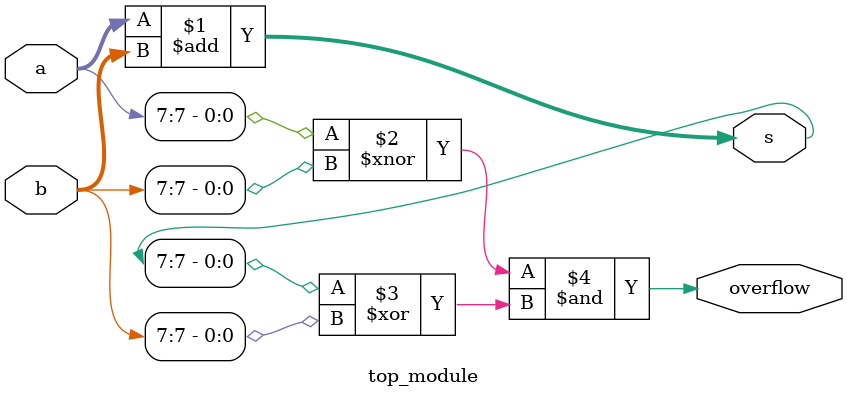
<source format=v>
module top_module (
    input [7:0] a,
    input [7:0] b,
    output [7:0] s,
    output overflow
); //
 
    assign s = a+b;
    assign overflow = (a[$bits(a)-1]~^b[$bits(b)-1]) & (s[$bits(s)-1]^b[$bits(b)-1]);

endmodule
</source>
